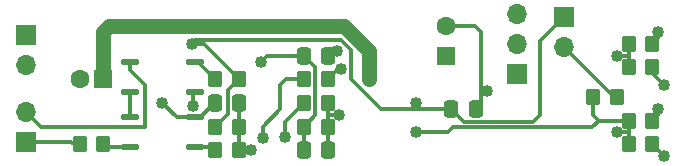
<source format=gbl>
G04 #@! TF.GenerationSoftware,KiCad,Pcbnew,8.0.5*
G04 #@! TF.CreationDate,2024-10-17T19:27:39-07:00*
G04 #@! TF.ProjectId,RocketServo,526f636b-6574-4536-9572-766f2e6b6963,B*
G04 #@! TF.SameCoordinates,Original*
G04 #@! TF.FileFunction,Copper,L2,Bot*
G04 #@! TF.FilePolarity,Positive*
%FSLAX46Y46*%
G04 Gerber Fmt 4.6, Leading zero omitted, Abs format (unit mm)*
G04 Created by KiCad (PCBNEW 8.0.5) date 2024-10-17 19:27:39*
%MOMM*%
%LPD*%
G01*
G04 APERTURE LIST*
G04 Aperture macros list*
%AMRoundRect*
0 Rectangle with rounded corners*
0 $1 Rounding radius*
0 $2 $3 $4 $5 $6 $7 $8 $9 X,Y pos of 4 corners*
0 Add a 4 corners polygon primitive as box body*
4,1,4,$2,$3,$4,$5,$6,$7,$8,$9,$2,$3,0*
0 Add four circle primitives for the rounded corners*
1,1,$1+$1,$2,$3*
1,1,$1+$1,$4,$5*
1,1,$1+$1,$6,$7*
1,1,$1+$1,$8,$9*
0 Add four rect primitives between the rounded corners*
20,1,$1+$1,$2,$3,$4,$5,0*
20,1,$1+$1,$4,$5,$6,$7,0*
20,1,$1+$1,$6,$7,$8,$9,0*
20,1,$1+$1,$8,$9,$2,$3,0*%
G04 Aperture macros list end*
G04 #@! TA.AperFunction,ComponentPad*
%ADD10R,1.700000X1.700000*%
G04 #@! TD*
G04 #@! TA.AperFunction,ComponentPad*
%ADD11O,1.700000X1.700000*%
G04 #@! TD*
G04 #@! TA.AperFunction,ComponentPad*
%ADD12R,1.600000X1.600000*%
G04 #@! TD*
G04 #@! TA.AperFunction,ComponentPad*
%ADD13C,1.600000*%
G04 #@! TD*
G04 #@! TA.AperFunction,SMDPad,CuDef*
%ADD14RoundRect,0.250000X0.350000X0.450000X-0.350000X0.450000X-0.350000X-0.450000X0.350000X-0.450000X0*%
G04 #@! TD*
G04 #@! TA.AperFunction,SMDPad,CuDef*
%ADD15RoundRect,0.250000X0.337500X0.475000X-0.337500X0.475000X-0.337500X-0.475000X0.337500X-0.475000X0*%
G04 #@! TD*
G04 #@! TA.AperFunction,SMDPad,CuDef*
%ADD16RoundRect,0.137500X0.587500X0.137500X-0.587500X0.137500X-0.587500X-0.137500X0.587500X-0.137500X0*%
G04 #@! TD*
G04 #@! TA.AperFunction,SMDPad,CuDef*
%ADD17RoundRect,0.250000X-0.350000X-0.450000X0.350000X-0.450000X0.350000X0.450000X-0.350000X0.450000X0*%
G04 #@! TD*
G04 #@! TA.AperFunction,SMDPad,CuDef*
%ADD18RoundRect,0.137500X-0.587500X-0.137500X0.587500X-0.137500X0.587500X0.137500X-0.587500X0.137500X0*%
G04 #@! TD*
G04 #@! TA.AperFunction,SMDPad,CuDef*
%ADD19RoundRect,0.250000X-0.337500X-0.475000X0.337500X-0.475000X0.337500X0.475000X-0.337500X0.475000X0*%
G04 #@! TD*
G04 #@! TA.AperFunction,ViaPad*
%ADD20C,1.016000*%
G04 #@! TD*
G04 #@! TA.AperFunction,Conductor*
%ADD21C,0.304800*%
G04 #@! TD*
G04 #@! TA.AperFunction,Conductor*
%ADD22C,1.270000*%
G04 #@! TD*
G04 APERTURE END LIST*
D10*
X135500000Y-88040000D03*
D11*
X135500000Y-85500000D03*
X135500000Y-82960000D03*
D12*
X100500000Y-88500000D03*
D13*
X98500000Y-88500000D03*
D10*
X94000000Y-93775000D03*
D11*
X94000000Y-91235000D03*
D10*
X94000000Y-84725000D03*
D11*
X94000000Y-87265000D03*
D12*
X129500000Y-86500000D03*
D13*
X129500000Y-84000000D03*
D10*
X139500000Y-83225000D03*
D11*
X139500000Y-85765000D03*
D14*
X119500000Y-88500000D03*
X117500000Y-88500000D03*
X100500000Y-94000000D03*
X98500000Y-94000000D03*
X147000000Y-87500000D03*
X145000000Y-87500000D03*
D15*
X112037500Y-90500000D03*
X109962500Y-90500000D03*
D16*
X108250000Y-87000000D03*
X108250000Y-89540000D03*
X102750000Y-89540000D03*
X102750000Y-87000000D03*
D14*
X147000000Y-92000000D03*
X145000000Y-92000000D03*
X119500000Y-90500000D03*
X117500000Y-90500000D03*
X112000000Y-88500000D03*
X110000000Y-88500000D03*
D15*
X119537500Y-86500000D03*
X117462500Y-86500000D03*
D14*
X112000000Y-94500000D03*
X110000000Y-94500000D03*
D17*
X142000000Y-90000000D03*
X144000000Y-90000000D03*
X117500000Y-92500000D03*
X119500000Y-92500000D03*
D14*
X147000000Y-94000000D03*
X145000000Y-94000000D03*
D15*
X119537500Y-94500000D03*
X117462500Y-94500000D03*
D14*
X147000000Y-85500000D03*
X145000000Y-85500000D03*
D18*
X102750000Y-94270000D03*
X102750000Y-91730000D03*
X108250000Y-91730000D03*
X108250000Y-94270000D03*
D17*
X110000000Y-92500000D03*
X112000000Y-92500000D03*
D19*
X129962500Y-91000000D03*
X132037500Y-91000000D03*
D20*
X127000000Y-90500000D03*
X127000000Y-93000000D03*
X133000000Y-89500000D03*
X113000000Y-94500000D03*
X113850000Y-87000000D03*
X105500000Y-90500000D03*
X123000000Y-88500000D03*
X115856249Y-93356249D03*
X147500000Y-91000000D03*
X108000000Y-85500000D03*
X147500000Y-84500000D03*
X120301592Y-86111482D03*
X148000000Y-89000000D03*
X148000000Y-95000000D03*
X120500000Y-91500000D03*
X144000000Y-93000000D03*
X144000000Y-86500000D03*
X114000000Y-93500000D03*
X108086179Y-90747001D03*
X120600551Y-87606794D03*
D21*
X127000000Y-91000000D02*
X129962500Y-91000000D01*
X124000000Y-91000000D02*
X127000000Y-91000000D01*
X127000000Y-91000000D02*
X127000000Y-90500000D01*
X130082200Y-92582200D02*
X129664400Y-93000000D01*
X129664400Y-93000000D02*
X127000000Y-93000000D01*
X132500000Y-89500000D02*
X133000000Y-89500000D01*
X129500000Y-84000000D02*
X132000000Y-84000000D01*
X132000000Y-84000000D02*
X132500000Y-84500000D01*
X132500000Y-90537500D02*
X132037500Y-91000000D01*
X132500000Y-84500000D02*
X132500000Y-90537500D01*
X113000000Y-94500000D02*
X112000000Y-94500000D01*
X112000000Y-94500000D02*
X112000000Y-92500000D01*
X112000000Y-90537500D02*
X112037500Y-90500000D01*
X112000000Y-92500000D02*
X112000000Y-90537500D01*
X106730000Y-91730000D02*
X105500000Y-90500000D01*
X114350000Y-86500000D02*
X113850000Y-87000000D01*
X118452400Y-91547600D02*
X118452400Y-87489900D01*
X117462500Y-86500000D02*
X114350000Y-86500000D01*
X117462500Y-94500000D02*
X117462500Y-92537500D01*
X118452400Y-87489900D02*
X117462500Y-86500000D01*
X108250000Y-91730000D02*
X108732500Y-91730000D01*
X108732500Y-91730000D02*
X109962500Y-90500000D01*
X108250000Y-91730000D02*
X106730000Y-91730000D01*
X117462500Y-92537500D02*
X117500000Y-92500000D01*
X117500000Y-92500000D02*
X118452400Y-91547600D01*
D22*
X100500000Y-84500000D02*
X101000000Y-84000000D01*
X100500000Y-88500000D02*
X100500000Y-84500000D01*
X101000000Y-84000000D02*
X120896394Y-84000000D01*
X123000000Y-86103606D02*
X123000000Y-88500000D01*
D21*
X117500000Y-90500000D02*
X115856249Y-92143751D01*
X115856249Y-92143751D02*
X115856249Y-93356249D01*
D22*
X120896394Y-84000000D02*
X123000000Y-86103606D01*
D21*
X112000000Y-88500000D02*
X109000000Y-85500000D01*
X111097600Y-91402400D02*
X111097600Y-89402400D01*
X139500000Y-83225000D02*
X137500000Y-85225000D01*
X137500000Y-85225000D02*
X137500000Y-91500000D01*
X147500000Y-84500000D02*
X147500000Y-85000000D01*
X110000000Y-92500000D02*
X111097600Y-91402400D01*
X121500000Y-86022389D02*
X120678693Y-85201082D01*
X121500000Y-88500000D02*
X121500000Y-86022389D01*
X131039900Y-92077400D02*
X129962500Y-91000000D01*
X147500000Y-85000000D02*
X147000000Y-85500000D01*
X124000000Y-91000000D02*
X121500000Y-88500000D01*
X120678693Y-85201082D02*
X108298918Y-85201082D01*
X111097600Y-89402400D02*
X112000000Y-88500000D01*
X147500000Y-91500000D02*
X147000000Y-92000000D01*
X109000000Y-85500000D02*
X108000000Y-85500000D01*
X137500000Y-91500000D02*
X136922600Y-92077400D01*
X147500000Y-91000000D02*
X147500000Y-91500000D01*
X108298918Y-85201082D02*
X108000000Y-85500000D01*
X136922600Y-92077400D02*
X131039900Y-92077400D01*
X119537500Y-86500000D02*
X119913074Y-86500000D01*
X119913074Y-86500000D02*
X120301592Y-86111482D01*
X147000000Y-88000000D02*
X148000000Y-89000000D01*
X147000000Y-87500000D02*
X147000000Y-88000000D01*
X148000000Y-95000000D02*
X147000000Y-94000000D01*
X119500000Y-92500000D02*
X119500000Y-91500000D01*
X119537500Y-94500000D02*
X119537500Y-92537500D01*
X119500000Y-91500000D02*
X119500000Y-90500000D01*
X119537500Y-92537500D02*
X119500000Y-92500000D01*
X120500000Y-91500000D02*
X119500000Y-91500000D01*
X142500000Y-92000000D02*
X145000000Y-92000000D01*
X145000000Y-93000000D02*
X145000000Y-94000000D01*
X144000000Y-93000000D02*
X145000000Y-93000000D01*
X142500000Y-92000000D02*
X141917800Y-92582200D01*
X145000000Y-92000000D02*
X145000000Y-93000000D01*
X142000000Y-91500000D02*
X142500000Y-92000000D01*
X141917800Y-92582200D02*
X130082200Y-92582200D01*
X142000000Y-90000000D02*
X142000000Y-91500000D01*
X145000000Y-85500000D02*
X145000000Y-86500000D01*
X144000000Y-86500000D02*
X145000000Y-86500000D01*
X145000000Y-86500000D02*
X145000000Y-87500000D01*
X114000000Y-92500000D02*
X115500000Y-91000000D01*
X114000000Y-93500000D02*
X114000000Y-92500000D01*
X115500000Y-91000000D02*
X115500000Y-89000000D01*
X116000000Y-88500000D02*
X117500000Y-88500000D01*
X116000000Y-88500000D02*
X115500000Y-89000000D01*
X108086179Y-89703821D02*
X108250000Y-89540000D01*
X108086179Y-90747001D02*
X108086179Y-89703821D01*
X102750000Y-94270000D02*
X100770000Y-94270000D01*
X100770000Y-94270000D02*
X100500000Y-94000000D01*
X143735000Y-90000000D02*
X139500000Y-85765000D01*
X144000000Y-90000000D02*
X143735000Y-90000000D01*
X108250000Y-94270000D02*
X109770000Y-94270000D01*
X109770000Y-94270000D02*
X110000000Y-94500000D01*
X98500000Y-94000000D02*
X98000000Y-94000000D01*
X98000000Y-94000000D02*
X97775000Y-93775000D01*
X97775000Y-93775000D02*
X94000000Y-93775000D01*
X102750000Y-87750000D02*
X104000000Y-89000000D01*
X102750000Y-87000000D02*
X102750000Y-87750000D01*
X104000000Y-92500000D02*
X95265000Y-92500000D01*
X104000000Y-89000000D02*
X104000000Y-92500000D01*
X95265000Y-92500000D02*
X94000000Y-91235000D01*
X120600551Y-87606794D02*
X120393206Y-87606794D01*
X120393206Y-87606794D02*
X119500000Y-88500000D01*
X108500000Y-87000000D02*
X110000000Y-88500000D01*
X108250000Y-87000000D02*
X108500000Y-87000000D01*
X102750000Y-91730000D02*
X102750000Y-89540000D01*
M02*

</source>
